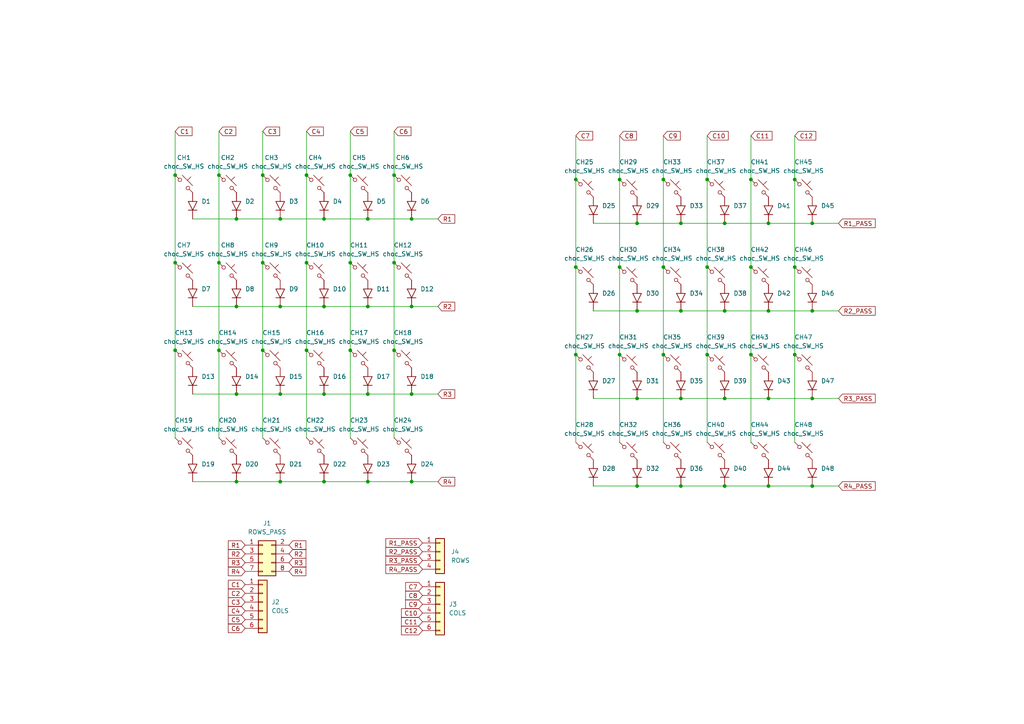
<source format=kicad_sch>
(kicad_sch (version 20230121) (generator eeschema)
  (paper "A4")
  (lib_symbols
    (symbol "PCM_4ms_Connector:Conn_01x04" (pin_names (offset 1.016) hide)
      (property "Reference" "J" (at 0 5.08 0))
      (property "Value" "Conn_01x04" (at 0 -7.62 0))
      (symbol "Conn_01x04_1_1"
        (rectangle (start -1.27 -4.953) (end 0 -5.207) (stroke (width 0.1524)))
        (rectangle (start -1.27 -2.413) (end 0 -2.667) (stroke (width 0.1524)))
        (rectangle (start -1.27 0.127) (end 0 -0.127) (stroke (width 0.1524)))
        (rectangle (start -1.27 2.667) (end 0 2.413) (stroke (width 0.1524)))
        (rectangle (start -1.27 3.81) (end 1.27 -6.35) (stroke (width 0.254)) (fill (type background)))
        (pin passive line (at -5.08 2.54 0) (length 3.81) (name "Pin_1") (number "1"))
        (pin passive line (at -5.08 0 0) (length 3.81) (name "Pin_2") (number "2"))
        (pin passive line (at -5.08 -2.54 0) (length 3.81) (name "Pin_3") (number "3"))
        (pin passive line (at -5.08 -5.08 0) (length 3.81) (name "Pin_4") (number "4"))
      )
    )
    (symbol "PCM_4ms_Connector:Conn_01x06" (pin_names (offset 1.016) hide)
      (property "Reference" "J" (at 0 7.62 0))
      (property "Value" "Conn_01x06" (at 0 -10.16 0))
      (symbol "Conn_01x06_1_1"
        (rectangle (start -1.27 -7.493) (end 0 -7.747) (stroke (width 0.1524)))
        (rectangle (start -1.27 -4.953) (end 0 -5.207) (stroke (width 0.1524)))
        (rectangle (start -1.27 -2.413) (end 0 -2.667) (stroke (width 0.1524)))
        (rectangle (start -1.27 0.127) (end 0 -0.127) (stroke (width 0.1524)))
        (rectangle (start -1.27 2.667) (end 0 2.413) (stroke (width 0.1524)))
        (rectangle (start -1.27 5.207) (end 0 4.953) (stroke (width 0.1524)))
        (rectangle (start -1.27 6.35) (end 1.27 -8.89) (stroke (width 0.254)) (fill (type background)))
        (pin passive line (at -5.08 5.08 0) (length 3.81) (name "Pin_1") (number "1"))
        (pin passive line (at -5.08 2.54 0) (length 3.81) (name "Pin_2") (number "2"))
        (pin passive line (at -5.08 0 0) (length 3.81) (name "Pin_3") (number "3"))
        (pin passive line (at -5.08 -2.54 0) (length 3.81) (name "Pin_4") (number "4"))
        (pin passive line (at -5.08 -5.08 0) (length 3.81) (name "Pin_5") (number "5"))
        (pin passive line (at -5.08 -7.62 0) (length 3.81) (name "Pin_6") (number "6"))
      )
    )
    (symbol "PCM_4ms_Connector:Conn_02x04" (pin_names (offset 1.016) hide)
      (property "Reference" "J" (at 1.27 5.08 0))
      (property "Value" "Conn_02x04" (at 1.27 -7.62 0))
      (symbol "Conn_02x04_1_1"
        (rectangle (start -1.27 -4.953) (end 0 -5.207) (stroke (width 0.1524)))
        (rectangle (start -1.27 -2.413) (end 0 -2.667) (stroke (width 0.1524)))
        (rectangle (start -1.27 0.127) (end 0 -0.127) (stroke (width 0.1524)))
        (rectangle (start -1.27 2.667) (end 0 2.413) (stroke (width 0.1524)))
        (rectangle (start -1.27 3.81) (end 3.81 -6.35) (stroke (width 0.254)) (fill (type background)))
        (rectangle (start 3.81 -4.953) (end 2.54 -5.207) (stroke (width 0.1524)))
        (rectangle (start 3.81 -2.413) (end 2.54 -2.667) (stroke (width 0.1524)))
        (rectangle (start 3.81 0.127) (end 2.54 -0.127) (stroke (width 0.1524)))
        (rectangle (start 3.81 2.667) (end 2.54 2.413) (stroke (width 0.1524)))
        (pin passive line (at -5.08 2.54 0) (length 3.81) (name "Pin_1") (number "1"))
        (pin passive line (at 7.62 2.54 180) (length 3.81) (name "Pin_2") (number "2"))
        (pin passive line (at -5.08 0 0) (length 3.81) (name "Pin_3") (number "3"))
        (pin passive line (at 7.62 0 180) (length 3.81) (name "Pin_4") (number "4"))
        (pin passive line (at -5.08 -2.54 0) (length 3.81) (name "Pin_5") (number "5"))
        (pin passive line (at 7.62 -2.54 180) (length 3.81) (name "Pin_6") (number "6"))
        (pin passive line (at -5.08 -5.08 0) (length 3.81) (name "Pin_7") (number "7"))
        (pin passive line (at 7.62 -5.08 180) (length 3.81) (name "Pin_8") (number "8"))
      )
    )
    (symbol "PCM_4ms_Diode:D_Generic" (pin_numbers hide) (pin_names (offset 1.016) hide)
      (property "Reference" "D" (at 0 2.54 0))
      (property "Value" "D_Generic" (at 0 -2.54 0))
      (symbol "D_Generic_0_1"
        (polyline (pts (xy -1.27 1.27) (xy -1.27 -1.27)) (stroke (width 0.2032)))
        (polyline (pts (xy 1.27 1.27) (xy 1.27 -1.27) (xy -1.27 0) (xy 1.27 1.27)) (stroke (width 0.2032)))
      )
      (symbol "D_Generic_1_1"
        (pin passive line (at -3.81 0 0) (length 2.54) (name "K") (number "1"))
        (pin passive line (at 3.81 0 180) (length 2.54) (name "A") (number "2"))
      )
    )
    (symbol "PCM_marbastlib-choc:choc_SW_HS" (pin_numbers hide) (pin_names (offset 1.016) hide)
      (property "Reference" "CH" (at 3.048 1.016 0))
      (property "Value" "choc_SW_HS" (at 0 -3.81 0))
      (symbol "choc_SW_HS_0_1"
        (circle (center -1.1684 1.1684) (radius 0.508))
        (polyline (pts (xy -0.508 2.54) (xy 2.54 -0.508)))
        (polyline (pts (xy 1.016 1.016) (xy 2.032 2.032)))
        (polyline (pts (xy -2.54 2.54) (xy -1.524 1.524) (xy -1.524 1.524)))
        (polyline (pts (xy 1.524 -1.524) (xy 2.54 -2.54) (xy 2.54 -2.54) (xy 2.54 -2.54)))
        (circle (center 1.143 -1.1938) (radius 0.508))
        (pin passive line (at -2.54 2.54 0) (length 0) (name "1") (number "1"))
        (pin passive line (at 2.54 -2.54 180) (length 0) (name "2") (number "2"))
      )
    )
  )
  (junction (at 222.885 90.17))
  (junction (at 217.805 102.87))
  (junction (at 210.185 90.17))
  (junction (at 68.58 63.5))
  (junction (at 184.785 64.77))
  (junction (at 210.185 115.57))
  (junction (at 88.9 50.8))
  (junction (at 167.005 52.07))
  (junction (at 192.405 102.87))
  (junction (at 230.505 52.07))
  (junction (at 50.8 76.2))
  (junction (at 106.68 139.7))
  (junction (at 192.405 77.47))
  (junction (at 184.785 115.57))
  (junction (at 184.785 90.17))
  (junction (at 88.9 76.2))
  (junction (at 101.6 50.8))
  (junction (at 222.885 140.97))
  (junction (at 93.98 139.7))
  (junction (at 179.705 77.47))
  (junction (at 119.38 139.7))
  (junction (at 179.705 102.87))
  (junction (at 205.105 77.47))
  (junction (at 68.58 139.7))
  (junction (at 76.2 50.8))
  (junction (at 235.585 90.17))
  (junction (at 106.68 63.5))
  (junction (at 76.2 101.6))
  (junction (at 217.805 52.07))
  (junction (at 81.28 63.5))
  (junction (at 81.28 139.7))
  (junction (at 81.28 114.3))
  (junction (at 63.5 76.2))
  (junction (at 81.28 88.9))
  (junction (at 230.505 102.87))
  (junction (at 114.3 101.6))
  (junction (at 210.185 64.77))
  (junction (at 235.585 64.77))
  (junction (at 235.585 140.97))
  (junction (at 222.885 115.57))
  (junction (at 101.6 76.2))
  (junction (at 197.485 140.97))
  (junction (at 119.38 63.5))
  (junction (at 119.38 88.9))
  (junction (at 217.805 77.47))
  (junction (at 68.58 114.3))
  (junction (at 93.98 63.5))
  (junction (at 235.585 115.57))
  (junction (at 197.485 64.77))
  (junction (at 167.005 102.87))
  (junction (at 205.105 102.87))
  (junction (at 192.405 52.07))
  (junction (at 63.5 50.8))
  (junction (at 119.38 114.3))
  (junction (at 230.505 77.47))
  (junction (at 179.705 52.07))
  (junction (at 184.785 140.97))
  (junction (at 50.8 101.6))
  (junction (at 114.3 50.8))
  (junction (at 88.9 101.6))
  (junction (at 167.005 77.47))
  (junction (at 197.485 90.17))
  (junction (at 68.58 88.9))
  (junction (at 50.8 50.8))
  (junction (at 222.885 64.77))
  (junction (at 101.6 101.6))
  (junction (at 205.105 52.07))
  (junction (at 114.3 76.2))
  (junction (at 106.68 114.3))
  (junction (at 63.5 101.6))
  (junction (at 210.185 140.97))
  (junction (at 76.2 76.2))
  (junction (at 93.98 88.9))
  (junction (at 106.68 88.9))
  (junction (at 197.485 115.57))
  (junction (at 93.98 114.3))
  (wire (pts (xy 114.3 38.1) (xy 114.3 50.8)))
  (wire (pts (xy 217.805 102.87) (xy 217.805 128.27)))
  (wire (pts (xy 197.485 115.57) (xy 210.185 115.57)))
  (wire (pts (xy 205.105 52.07) (xy 205.105 77.47)))
  (wire (pts (xy 192.405 77.47) (xy 192.405 102.87)))
  (wire (pts (xy 167.005 52.07) (xy 167.005 77.47)))
  (wire (pts (xy 50.8 101.6) (xy 50.8 127)))
  (wire (pts (xy 93.98 88.9) (xy 106.68 88.9)))
  (wire (pts (xy 68.58 114.3) (xy 81.28 114.3)))
  (wire (pts (xy 205.105 39.37) (xy 205.105 52.07)))
  (wire (pts (xy 55.88 114.3) (xy 68.58 114.3)))
  (wire (pts (xy 179.705 102.87) (xy 179.705 128.27)))
  (wire (pts (xy 210.185 140.97) (xy 222.885 140.97)))
  (wire (pts (xy 76.2 38.1) (xy 76.2 50.8)))
  (wire (pts (xy 50.8 38.1) (xy 50.8 50.8)))
  (wire (pts (xy 119.38 139.7) (xy 127 139.7)))
  (wire (pts (xy 230.505 77.47) (xy 230.505 102.87)))
  (wire (pts (xy 222.885 140.97) (xy 235.585 140.97)))
  (wire (pts (xy 114.3 76.2) (xy 114.3 101.6)))
  (wire (pts (xy 235.585 140.97) (xy 243.205 140.97)))
  (wire (pts (xy 205.105 77.47) (xy 205.105 102.87)))
  (wire (pts (xy 63.5 50.8) (xy 63.5 76.2)))
  (wire (pts (xy 172.085 115.57) (xy 184.785 115.57)))
  (wire (pts (xy 222.885 64.77) (xy 235.585 64.77)))
  (wire (pts (xy 63.5 101.6) (xy 63.5 127)))
  (wire (pts (xy 167.005 39.37) (xy 167.005 52.07)))
  (wire (pts (xy 50.8 50.8) (xy 50.8 76.2)))
  (wire (pts (xy 222.885 90.17) (xy 235.585 90.17)))
  (wire (pts (xy 81.28 88.9) (xy 93.98 88.9)))
  (wire (pts (xy 119.38 63.5) (xy 127 63.5)))
  (wire (pts (xy 179.705 52.07) (xy 179.705 77.47)))
  (wire (pts (xy 179.705 39.37) (xy 179.705 52.07)))
  (wire (pts (xy 192.405 39.37) (xy 192.405 52.07)))
  (wire (pts (xy 197.485 140.97) (xy 210.185 140.97)))
  (wire (pts (xy 106.68 63.5) (xy 119.38 63.5)))
  (wire (pts (xy 88.9 101.6) (xy 88.9 127)))
  (wire (pts (xy 106.68 139.7) (xy 119.38 139.7)))
  (wire (pts (xy 197.485 90.17) (xy 210.185 90.17)))
  (wire (pts (xy 55.88 63.5) (xy 68.58 63.5)))
  (wire (pts (xy 81.28 63.5) (xy 93.98 63.5)))
  (wire (pts (xy 55.88 88.9) (xy 68.58 88.9)))
  (wire (pts (xy 81.28 139.7) (xy 93.98 139.7)))
  (wire (pts (xy 210.185 64.77) (xy 222.885 64.77)))
  (wire (pts (xy 101.6 76.2) (xy 101.6 101.6)))
  (wire (pts (xy 106.68 88.9) (xy 119.38 88.9)))
  (wire (pts (xy 222.885 115.57) (xy 235.585 115.57)))
  (wire (pts (xy 179.705 77.47) (xy 179.705 102.87)))
  (wire (pts (xy 172.085 140.97) (xy 184.785 140.97)))
  (wire (pts (xy 192.405 102.87) (xy 192.405 128.27)))
  (wire (pts (xy 114.3 50.8) (xy 114.3 76.2)))
  (wire (pts (xy 230.505 102.87) (xy 230.505 128.27)))
  (wire (pts (xy 235.585 115.57) (xy 243.205 115.57)))
  (wire (pts (xy 172.085 90.17) (xy 184.785 90.17)))
  (wire (pts (xy 93.98 63.5) (xy 106.68 63.5)))
  (wire (pts (xy 230.505 52.07) (xy 230.505 77.47)))
  (wire (pts (xy 101.6 50.8) (xy 101.6 76.2)))
  (wire (pts (xy 205.105 102.87) (xy 205.105 128.27)))
  (wire (pts (xy 184.785 140.97) (xy 197.485 140.97)))
  (wire (pts (xy 76.2 101.6) (xy 76.2 127)))
  (wire (pts (xy 184.785 90.17) (xy 197.485 90.17)))
  (wire (pts (xy 197.485 64.77) (xy 210.185 64.77)))
  (wire (pts (xy 88.9 38.1) (xy 88.9 50.8)))
  (wire (pts (xy 217.805 52.07) (xy 217.805 77.47)))
  (wire (pts (xy 68.58 88.9) (xy 81.28 88.9)))
  (wire (pts (xy 230.505 39.37) (xy 230.505 52.07)))
  (wire (pts (xy 68.58 63.5) (xy 81.28 63.5)))
  (wire (pts (xy 50.8 76.2) (xy 50.8 101.6)))
  (wire (pts (xy 106.68 114.3) (xy 119.38 114.3)))
  (wire (pts (xy 210.185 115.57) (xy 222.885 115.57)))
  (wire (pts (xy 167.005 102.87) (xy 167.005 128.27)))
  (wire (pts (xy 119.38 88.9) (xy 127 88.9)))
  (wire (pts (xy 68.58 139.7) (xy 81.28 139.7)))
  (wire (pts (xy 217.805 39.37) (xy 217.805 52.07)))
  (wire (pts (xy 93.98 139.7) (xy 106.68 139.7)))
  (wire (pts (xy 76.2 50.8) (xy 76.2 76.2)))
  (wire (pts (xy 101.6 101.6) (xy 101.6 127)))
  (wire (pts (xy 88.9 50.8) (xy 88.9 76.2)))
  (wire (pts (xy 184.785 115.57) (xy 197.485 115.57)))
  (wire (pts (xy 63.5 38.1) (xy 63.5 50.8)))
  (wire (pts (xy 184.785 64.77) (xy 197.485 64.77)))
  (wire (pts (xy 63.5 76.2) (xy 63.5 101.6)))
  (wire (pts (xy 55.88 139.7) (xy 68.58 139.7)))
  (wire (pts (xy 172.085 64.77) (xy 184.785 64.77)))
  (wire (pts (xy 101.6 38.1) (xy 101.6 50.8)))
  (wire (pts (xy 235.585 90.17) (xy 243.205 90.17)))
  (wire (pts (xy 210.185 90.17) (xy 222.885 90.17)))
  (wire (pts (xy 88.9 76.2) (xy 88.9 101.6)))
  (wire (pts (xy 114.3 101.6) (xy 114.3 127)))
  (wire (pts (xy 192.405 52.07) (xy 192.405 77.47)))
  (wire (pts (xy 76.2 76.2) (xy 76.2 101.6)))
  (wire (pts (xy 217.805 77.47) (xy 217.805 102.87)))
  (wire (pts (xy 81.28 114.3) (xy 93.98 114.3)))
  (wire (pts (xy 119.38 114.3) (xy 127 114.3)))
  (wire (pts (xy 235.585 64.77) (xy 243.205 64.77)))
  (wire (pts (xy 167.005 77.47) (xy 167.005 102.87)))
  (wire (pts (xy 93.98 114.3) (xy 106.68 114.3)))
  (global_label "C10" (shape input) (at 122.555 177.8 180) (property "Intersheetrefs" "${INTERSHEET_REFS}" (effects hide)))
  (global_label "R1" (shape input) (at 71.12 158.115 180) (property "Intersheetrefs" "${INTERSHEET_REFS}" (effects hide)))
  (global_label "C8" (shape input) (at 179.705 39.37 0) (property "Intersheetrefs" "${INTERSHEET_REFS}" (effects hide)))
  (global_label "C7" (shape input) (at 167.005 39.37 0) (property "Intersheetrefs" "${INTERSHEET_REFS}" (effects hide)))
  (global_label "C9" (shape input) (at 192.405 39.37 0) (property "Intersheetrefs" "${INTERSHEET_REFS}" (effects hide)))
  (global_label "C1" (shape input) (at 71.12 169.545 180) (property "Intersheetrefs" "${INTERSHEET_REFS}" (effects hide)))
  (global_label "C2" (shape input) (at 63.5 38.1 0) (property "Intersheetrefs" "${INTERSHEET_REFS}" (effects hide)))
  (global_label "R1_PASS" (shape input) (at 243.205 64.77 0) (property "Intersheetrefs" "${INTERSHEET_REFS}" (effects hide)))
  (global_label "R1" (shape input) (at 83.82 158.115 0) (property "Intersheetrefs" "${INTERSHEET_REFS}" (effects hide)))
  (global_label "R4" (shape input) (at 127 139.7 0) (property "Intersheetrefs" "${INTERSHEET_REFS}" (effects hide)))
  (global_label "C4" (shape input) (at 71.12 177.165 180) (property "Intersheetrefs" "${INTERSHEET_REFS}" (effects hide)))
  (global_label "R3_PASS" (shape input) (at 243.205 115.57 0) (property "Intersheetrefs" "${INTERSHEET_REFS}" (effects hide)))
  (global_label "R2" (shape input) (at 71.12 160.655 180) (property "Intersheetrefs" "${INTERSHEET_REFS}" (effects hide)))
  (global_label "C6" (shape input) (at 71.12 182.245 180) (property "Intersheetrefs" "${INTERSHEET_REFS}" (effects hide)))
  (global_label "C12" (shape input) (at 122.555 182.88 180) (property "Intersheetrefs" "${INTERSHEET_REFS}" (effects hide)))
  (global_label "C5" (shape input) (at 101.6 38.1 0) (property "Intersheetrefs" "${INTERSHEET_REFS}" (effects hide)))
  (global_label "C6" (shape input) (at 114.3 38.1 0) (property "Intersheetrefs" "${INTERSHEET_REFS}" (effects hide)))
  (global_label "C12" (shape input) (at 230.505 39.37 0) (property "Intersheetrefs" "${INTERSHEET_REFS}" (effects hide)))
  (global_label "C8" (shape input) (at 122.555 172.72 180) (property "Intersheetrefs" "${INTERSHEET_REFS}" (effects hide)))
  (global_label "R4" (shape input) (at 71.12 165.735 180) (property "Intersheetrefs" "${INTERSHEET_REFS}" (effects hide)))
  (global_label "C10" (shape input) (at 205.105 39.37 0) (property "Intersheetrefs" "${INTERSHEET_REFS}" (effects hide)))
  (global_label "R2" (shape input) (at 83.82 160.655 0) (property "Intersheetrefs" "${INTERSHEET_REFS}" (effects hide)))
  (global_label "R2" (shape input) (at 127 88.9 0) (property "Intersheetrefs" "${INTERSHEET_REFS}" (effects hide)))
  (global_label "R2_PASS" (shape input) (at 122.555 160.02 180) (property "Intersheetrefs" "${INTERSHEET_REFS}" (effects hide)))
  (global_label "R3" (shape input) (at 71.12 163.195 180) (property "Intersheetrefs" "${INTERSHEET_REFS}" (effects hide)))
  (global_label "R3_PASS" (shape input) (at 122.555 162.56 180) (property "Intersheetrefs" "${INTERSHEET_REFS}" (effects hide)))
  (global_label "R1" (shape input) (at 127 63.5 0) (property "Intersheetrefs" "${INTERSHEET_REFS}" (effects hide)))
  (global_label "C2" (shape input) (at 71.12 172.085 180) (property "Intersheetrefs" "${INTERSHEET_REFS}" (effects hide)))
  (global_label "C11" (shape input) (at 122.555 180.34 180) (property "Intersheetrefs" "${INTERSHEET_REFS}" (effects hide)))
  (global_label "R4_PASS" (shape input) (at 243.205 140.97 0) (property "Intersheetrefs" "${INTERSHEET_REFS}" (effects hide)))
  (global_label "C3" (shape input) (at 76.2 38.1 0) (property "Intersheetrefs" "${INTERSHEET_REFS}" (effects hide)))
  (global_label "C4" (shape input) (at 88.9 38.1 0) (property "Intersheetrefs" "${INTERSHEET_REFS}" (effects hide)))
  (global_label "C11" (shape input) (at 217.805 39.37 0) (property "Intersheetrefs" "${INTERSHEET_REFS}" (effects hide)))
  (global_label "C3" (shape input) (at 71.12 174.625 180) (property "Intersheetrefs" "${INTERSHEET_REFS}" (effects hide)))
  (global_label "R4_PASS" (shape input) (at 122.555 165.1 180) (property "Intersheetrefs" "${INTERSHEET_REFS}" (effects hide)))
  (global_label "R3" (shape input) (at 127 114.3 0) (property "Intersheetrefs" "${INTERSHEET_REFS}" (effects hide)))
  (global_label "R3" (shape input) (at 83.82 163.195 0) (property "Intersheetrefs" "${INTERSHEET_REFS}" (effects hide)))
  (global_label "R1_PASS" (shape input) (at 122.555 157.48 180) (property "Intersheetrefs" "${INTERSHEET_REFS}" (effects hide)))
  (global_label "R4" (shape input) (at 83.82 165.735 0) (property "Intersheetrefs" "${INTERSHEET_REFS}" (effects hide)))
  (global_label "C9" (shape input) (at 122.555 175.26 180) (property "Intersheetrefs" "${INTERSHEET_REFS}" (effects hide)))
  (global_label "C1" (shape input) (at 50.8 38.1 0) (property "Intersheetrefs" "${INTERSHEET_REFS}" (effects hide)))
  (global_label "C7" (shape input) (at 122.555 170.18 180) (property "Intersheetrefs" "${INTERSHEET_REFS}" (effects hide)))
  (global_label "C5" (shape input) (at 71.12 179.705 180) (property "Intersheetrefs" "${INTERSHEET_REFS}" (effects hide)))
  (global_label "R2_PASS" (shape input) (at 243.205 90.17 0) (property "Intersheetrefs" "${INTERSHEET_REFS}" (effects hide)))
  (symbol (lib_id "PCM_4ms_Diode:D_Generic") (at 197.485 60.96 90) (unit 1)
    (property "Reference" "D33" (at 200.025 59.69 90) (effects (justify right)))
    (property "Value" "D_Generic" (effects hide))
    (property "Footprint" "PCM_4ms_Diode:D_DO-35_P7.62mm_Horizontal" (effects hide))
  )
  (symbol (lib_id "PCM_marbastlib-choc:choc_SW_HS") (at 91.44 53.34 0) (unit 1)
    (property "Reference" "CH4" (at 91.44 45.72 0))
    (property "Value" "choc_SW_HS" (at 91.44 48.26 0))
    (property "Footprint" "PCM_marbastlib-choc:SW_choc_v1_HS_1u" (effects hide))
  )
  (symbol (lib_id "PCM_4ms_Diode:D_Generic") (at 55.88 110.49 90) (unit 1)
    (property "Reference" "D13" (at 58.42 109.22 90) (effects (justify right)))
    (property "Value" "D_Generic" (effects hide))
    (property "Footprint" "PCM_4ms_Diode:D_DO-35_P7.62mm_Horizontal" (effects hide))
  )
  (symbol (lib_id "PCM_marbastlib-choc:choc_SW_HS") (at 182.245 54.61 0) (unit 1)
    (property "Reference" "CH29" (at 182.245 46.99 0))
    (property "Value" "choc_SW_HS" (at 182.245 49.53 0))
    (property "Footprint" "PCM_marbastlib-choc:SW_choc_v1_HS_1u" (effects hide))
  )
  (symbol (lib_id "PCM_4ms_Diode:D_Generic") (at 172.085 137.16 90) (unit 1)
    (property "Reference" "D28" (at 174.625 135.89 90) (effects (justify right)))
    (property "Value" "D_Generic" (effects hide))
    (property "Footprint" "PCM_4ms_Diode:D_DO-35_P7.62mm_Horizontal" (effects hide))
  )
  (symbol (lib_id "PCM_4ms_Diode:D_Generic") (at 119.38 135.89 90) (unit 1)
    (property "Reference" "D24" (at 121.92 134.62 90) (effects (justify right)))
    (property "Value" "D_Generic" (effects hide))
    (property "Footprint" "PCM_4ms_Diode:D_DO-35_P7.62mm_Horizontal" (effects hide))
  )
  (symbol (lib_id "PCM_4ms_Diode:D_Generic") (at 184.785 86.36 90) (unit 1)
    (property "Reference" "D30" (at 187.325 85.09 90) (effects (justify right)))
    (property "Value" "D_Generic" (effects hide))
    (property "Footprint" "PCM_4ms_Diode:D_DO-35_P7.62mm_Horizontal" (effects hide))
  )
  (symbol (lib_id "PCM_marbastlib-choc:choc_SW_HS") (at 207.645 130.81 0) (unit 1)
    (property "Reference" "CH40" (at 207.645 123.19 0))
    (property "Value" "choc_SW_HS" (at 207.645 125.73 0))
    (property "Footprint" "PCM_marbastlib-choc:SW_choc_v1_HS_1u" (effects hide))
  )
  (symbol (lib_id "PCM_marbastlib-choc:choc_SW_HS") (at 182.245 130.81 0) (unit 1)
    (property "Reference" "CH32" (at 182.245 123.19 0))
    (property "Value" "choc_SW_HS" (at 182.245 125.73 0))
    (property "Footprint" "PCM_marbastlib-choc:SW_choc_v1_HS_1u" (effects hide))
  )
  (symbol (lib_id "PCM_marbastlib-choc:choc_SW_HS") (at 78.74 78.74 0) (unit 1)
    (property "Reference" "CH9" (at 78.74 71.12 0))
    (property "Value" "choc_SW_HS" (at 78.74 73.66 0))
    (property "Footprint" "PCM_marbastlib-choc:SW_choc_v1_HS_1u" (effects hide))
  )
  (symbol (lib_id "PCM_marbastlib-choc:choc_SW_HS") (at 66.04 104.14 0) (unit 1)
    (property "Reference" "CH14" (at 66.04 96.52 0))
    (property "Value" "choc_SW_HS" (at 66.04 99.06 0))
    (property "Footprint" "PCM_marbastlib-choc:SW_choc_v1_HS_1u" (effects hide))
  )
  (symbol (lib_id "PCM_4ms_Connector:Conn_01x06") (at 76.2 174.625 0) (unit 1)
    (property "Reference" "J2" (at 78.74 174.625 0) (effects (justify left)))
    (property "Value" "COLS" (at 78.74 177.165 0) (effects (justify left)))
    (property "Footprint" "PCM_4ms_Connector:Pins_1x06_2.54mm_TH_SWD" (effects hide))
    (property "Specifications" "HEADER 1x6 MALE PINS 0.100” 180deg" (effects hide))
    (property "Manufacturer" "TAD" (effects hide))
    (property "Part Number" "1-0601FBV0T" (effects hide))
  )
  (symbol (lib_id "PCM_marbastlib-choc:choc_SW_HS") (at 104.14 129.54 0) (unit 1)
    (property "Reference" "CH23" (at 104.14 121.92 0))
    (property "Value" "choc_SW_HS" (at 104.14 124.46 0))
    (property "Footprint" "PCM_marbastlib-choc:SW_choc_v1_HS_1u" (effects hide))
  )
  (symbol (lib_id "PCM_marbastlib-choc:choc_SW_HS") (at 220.345 80.01 0) (unit 1)
    (property "Reference" "CH42" (at 220.345 72.39 0))
    (property "Value" "choc_SW_HS" (at 220.345 74.93 0))
    (property "Footprint" "PCM_marbastlib-choc:SW_choc_v1_HS_1u" (effects hide))
  )
  (symbol (lib_id "PCM_4ms_Connector:Conn_02x04") (at 76.2 160.655 0) (unit 1)
    (property "Reference" "J1" (at 77.47 151.765 0))
    (property "Value" "ROWS_PASS" (at 77.47 154.305 0))
    (property "Footprint" "PCM_4ms_Connector:Pins_2x04_2.54mm_TH" (effects hide))
    (property "Specifications" "HEADER 2x4 MALE PINS 0.100” 180deg" (effects hide))
    (property "Manufacturer" "TAD" (effects hide))
    (property "Part Number" "1-0802FBV0T" (effects hide))
  )
  (symbol (lib_id "PCM_marbastlib-choc:choc_SW_HS") (at 53.34 78.74 0) (unit 1)
    (property "Reference" "CH7" (at 53.34 71.12 0))
    (property "Value" "choc_SW_HS" (at 53.34 73.66 0))
    (property "Footprint" "PCM_marbastlib-choc:SW_choc_v1_HS_1u" (effects hide))
  )
  (symbol (lib_id "PCM_marbastlib-choc:choc_SW_HS") (at 207.645 105.41 0) (unit 1)
    (property "Reference" "CH39" (at 207.645 97.79 0))
    (property "Value" "choc_SW_HS" (at 207.645 100.33 0))
    (property "Footprint" "PCM_marbastlib-choc:SW_choc_v1_HS_1u" (effects hide))
  )
  (symbol (lib_id "PCM_marbastlib-choc:choc_SW_HS") (at 182.245 105.41 0) (unit 1)
    (property "Reference" "CH31" (at 182.245 97.79 0))
    (property "Value" "choc_SW_HS" (at 182.245 100.33 0))
    (property "Footprint" "PCM_marbastlib-choc:SW_choc_v1_HS_1u" (effects hide))
  )
  (symbol (lib_id "PCM_4ms_Diode:D_Generic") (at 222.885 111.76 90) (unit 1)
    (property "Reference" "D43" (at 225.425 110.49 90) (effects (justify right)))
    (property "Value" "D_Generic" (effects hide))
    (property "Footprint" "PCM_4ms_Diode:D_DO-35_P7.62mm_Horizontal" (effects hide))
  )
  (symbol (lib_id "PCM_marbastlib-choc:choc_SW_HS") (at 169.545 105.41 0) (unit 1)
    (property "Reference" "CH27" (at 169.545 97.79 0))
    (property "Value" "choc_SW_HS" (at 169.545 100.33 0))
    (property "Footprint" "PCM_marbastlib-choc:SW_choc_v1_HS_1u" (effects hide))
  )
  (symbol (lib_id "PCM_4ms_Diode:D_Generic") (at 235.585 111.76 90) (unit 1)
    (property "Reference" "D47" (at 238.125 110.49 90) (effects (justify right)))
    (property "Value" "D_Generic" (effects hide))
    (property "Footprint" "PCM_4ms_Diode:D_DO-35_P7.62mm_Horizontal" (effects hide))
  )
  (symbol (lib_id "PCM_marbastlib-choc:choc_SW_HS") (at 66.04 53.34 0) (unit 1)
    (property "Reference" "CH2" (at 66.04 45.72 0))
    (property "Value" "choc_SW_HS" (at 66.04 48.26 0))
    (property "Footprint" "PCM_marbastlib-choc:SW_choc_v1_HS_1u" (effects hide))
  )
  (symbol (lib_id "PCM_4ms_Diode:D_Generic") (at 119.38 110.49 90) (unit 1)
    (property "Reference" "D18" (at 121.92 109.22 90) (effects (justify right)))
    (property "Value" "D_Generic" (effects hide))
    (property "Footprint" "PCM_4ms_Diode:D_DO-35_P7.62mm_Horizontal" (effects hide))
  )
  (symbol (lib_id "PCM_marbastlib-choc:choc_SW_HS") (at 91.44 129.54 0) (unit 1)
    (property "Reference" "CH22" (at 91.44 121.92 0))
    (property "Value" "choc_SW_HS" (at 91.44 124.46 0))
    (property "Footprint" "PCM_marbastlib-choc:SW_choc_v1_HS_1u" (effects hide))
  )
  (symbol (lib_id "PCM_marbastlib-choc:choc_SW_HS") (at 116.84 78.74 0) (unit 1)
    (property "Reference" "CH12" (at 116.84 71.12 0))
    (property "Value" "choc_SW_HS" (at 116.84 73.66 0))
    (property "Footprint" "PCM_marbastlib-choc:SW_choc_v1_HS_1u" (effects hide))
  )
  (symbol (lib_id "PCM_4ms_Connector:Conn_01x04") (at 127.635 160.02 0) (unit 1)
    (property "Reference" "J4" (at 130.81 160.02 0) (effects (justify left)))
    (property "Value" "ROWS" (at 130.81 162.56 0) (effects (justify left)))
    (property "Footprint" "PCM_4ms_Connector:Pins_1x04_2.54mm_TH" (effects hide))
    (property "Specifications" "HEADER 1x4 MALE PINS 0.100” 180deg" (effects hide))
    (property "Manufacturer" "TAD" (effects hide))
    (property "Part Number" "1-0401FBV0T" (effects hide))
  )
  (symbol (lib_id "PCM_marbastlib-choc:choc_SW_HS") (at 104.14 53.34 0) (unit 1)
    (property "Reference" "CH5" (at 104.14 45.72 0))
    (property "Value" "choc_SW_HS" (at 104.14 48.26 0))
    (property "Footprint" "PCM_marbastlib-choc:SW_choc_v1_HS_1u" (effects hide))
  )
  (symbol (lib_id "PCM_marbastlib-choc:choc_SW_HS") (at 194.945 105.41 0) (unit 1)
    (property "Reference" "CH35" (at 194.945 97.79 0))
    (property "Value" "choc_SW_HS" (at 194.945 100.33 0))
    (property "Footprint" "PCM_marbastlib-choc:SW_choc_v1_HS_1u" (effects hide))
  )
  (symbol (lib_id "PCM_4ms_Connector:Conn_01x06") (at 127.635 175.26 0) (unit 1)
    (property "Reference" "J3" (at 130.175 175.26 0) (effects (justify left)))
    (property "Value" "COLS" (at 130.175 177.8 0) (effects (justify left)))
    (property "Footprint" "PCM_4ms_Connector:Pins_1x06_2.54mm_TH_SWD" (effects hide))
    (property "Specifications" "HEADER 1x6 MALE PINS 0.100” 180deg" (effects hide))
    (property "Manufacturer" "TAD" (effects hide))
    (property "Part Number" "1-0601FBV0T" (effects hide))
  )
  (symbol (lib_id "PCM_4ms_Diode:D_Generic") (at 55.88 135.89 90) (unit 1)
    (property "Reference" "D19" (at 58.42 134.62 90) (effects (justify right)))
    (property "Value" "D_Generic" (effects hide))
    (property "Footprint" "PCM_4ms_Diode:D_DO-35_P7.62mm_Horizontal" (effects hide))
  )
  (symbol (lib_id "PCM_4ms_Diode:D_Generic") (at 68.58 110.49 90) (unit 1)
    (property "Reference" "D14" (at 71.12 109.22 90) (effects (justify right)))
    (property "Value" "D_Generic" (effects hide))
    (property "Footprint" "PCM_4ms_Diode:D_DO-35_P7.62mm_Horizontal" (effects hide))
  )
  (symbol (lib_id "PCM_4ms_Diode:D_Generic") (at 55.88 85.09 90) (unit 1)
    (property "Reference" "D7" (at 58.42 83.82 90) (effects (justify right)))
    (property "Value" "D_Generic" (effects hide))
    (property "Footprint" "PCM_4ms_Diode:D_DO-35_P7.62mm_Horizontal" (effects hide))
  )
  (symbol (lib_id "PCM_4ms_Diode:D_Generic") (at 235.585 137.16 90) (unit 1)
    (property "Reference" "D48" (at 238.125 135.89 90) (effects (justify right)))
    (property "Value" "D_Generic" (effects hide))
    (property "Footprint" "PCM_4ms_Diode:D_DO-35_P7.62mm_Horizontal" (effects hide))
  )
  (symbol (lib_id "PCM_marbastlib-choc:choc_SW_HS") (at 233.045 54.61 0) (unit 1)
    (property "Reference" "CH45" (at 233.045 46.99 0))
    (property "Value" "choc_SW_HS" (at 233.045 49.53 0))
    (property "Footprint" "PCM_marbastlib-choc:SW_choc_v1_HS_1u" (effects hide))
  )
  (symbol (lib_id "PCM_marbastlib-choc:choc_SW_HS") (at 91.44 104.14 0) (unit 1)
    (property "Reference" "CH16" (at 91.44 96.52 0))
    (property "Value" "choc_SW_HS" (at 91.44 99.06 0))
    (property "Footprint" "PCM_marbastlib-choc:SW_choc_v1_HS_1u" (effects hide))
  )
  (symbol (lib_id "PCM_marbastlib-choc:choc_SW_HS") (at 53.34 129.54 0) (unit 1)
    (property "Reference" "CH19" (at 53.34 121.92 0))
    (property "Value" "choc_SW_HS" (at 53.34 124.46 0))
    (property "Footprint" "PCM_marbastlib-choc:SW_choc_v1_HS_1u" (effects hide))
  )
  (symbol (lib_id "PCM_4ms_Diode:D_Generic") (at 93.98 135.89 90) (unit 1)
    (property "Reference" "D22" (at 96.52 134.62 90) (effects (justify right)))
    (property "Value" "D_Generic" (effects hide))
    (property "Footprint" "PCM_4ms_Diode:D_DO-35_P7.62mm_Horizontal" (effects hide))
  )
  (symbol (lib_id "PCM_4ms_Diode:D_Generic") (at 81.28 135.89 90) (unit 1)
    (property "Reference" "D21" (at 83.82 134.62 90) (effects (justify right)))
    (property "Value" "D_Generic" (effects hide))
    (property "Footprint" "PCM_4ms_Diode:D_DO-35_P7.62mm_Horizontal" (effects hide))
  )
  (symbol (lib_id "PCM_4ms_Diode:D_Generic") (at 184.785 137.16 90) (unit 1)
    (property "Reference" "D32" (at 187.325 135.89 90) (effects (justify right)))
    (property "Value" "D_Generic" (effects hide))
    (property "Footprint" "PCM_4ms_Diode:D_DO-35_P7.62mm_Horizontal" (effects hide))
  )
  (symbol (lib_id "PCM_marbastlib-choc:choc_SW_HS") (at 169.545 130.81 0) (unit 1)
    (property "Reference" "CH28" (at 169.545 123.19 0))
    (property "Value" "choc_SW_HS" (at 169.545 125.73 0))
    (property "Footprint" "PCM_marbastlib-choc:SW_choc_v1_HS_1u" (effects hide))
  )
  (symbol (lib_id "PCM_marbastlib-choc:choc_SW_HS") (at 220.345 105.41 0) (unit 1)
    (property "Reference" "CH43" (at 220.345 97.79 0))
    (property "Value" "choc_SW_HS" (at 220.345 100.33 0))
    (property "Footprint" "PCM_marbastlib-choc:SW_choc_v1_HS_1u" (effects hide))
  )
  (symbol (lib_id "PCM_4ms_Diode:D_Generic") (at 172.085 60.96 90) (unit 1)
    (property "Reference" "D25" (at 174.625 59.69 90) (effects (justify right)))
    (property "Value" "D_Generic" (effects hide))
    (property "Footprint" "PCM_4ms_Diode:D_DO-35_P7.62mm_Horizontal" (effects hide))
  )
  (symbol (lib_id "PCM_marbastlib-choc:choc_SW_HS") (at 169.545 54.61 0) (unit 1)
    (property "Reference" "CH25" (at 169.545 46.99 0))
    (property "Value" "choc_SW_HS" (at 169.545 49.53 0))
    (property "Footprint" "PCM_marbastlib-choc:SW_choc_v1_HS_1u" (effects hide))
  )
  (symbol (lib_id "PCM_4ms_Diode:D_Generic") (at 172.085 86.36 90) (unit 1)
    (property "Reference" "D26" (at 174.625 85.09 90) (effects (justify right)))
    (property "Value" "D_Generic" (effects hide))
    (property "Footprint" "PCM_4ms_Diode:D_DO-35_P7.62mm_Horizontal" (effects hide))
  )
  (symbol (lib_id "PCM_marbastlib-choc:choc_SW_HS") (at 194.945 130.81 0) (unit 1)
    (property "Reference" "CH36" (at 194.945 123.19 0))
    (property "Value" "choc_SW_HS" (at 194.945 125.73 0))
    (property "Footprint" "PCM_marbastlib-choc:SW_choc_v1_HS_1u" (effects hide))
  )
  (symbol (lib_id "PCM_marbastlib-choc:choc_SW_HS") (at 66.04 129.54 0) (unit 1)
    (property "Reference" "CH20" (at 66.04 121.92 0))
    (property "Value" "choc_SW_HS" (at 66.04 124.46 0))
    (property "Footprint" "PCM_marbastlib-choc:SW_choc_v1_HS_1u" (effects hide))
  )
  (symbol (lib_id "PCM_4ms_Diode:D_Generic") (at 222.885 137.16 90) (unit 1)
    (property "Reference" "D44" (at 225.425 135.89 90) (effects (justify right)))
    (property "Value" "D_Generic" (effects hide))
    (property "Footprint" "PCM_4ms_Diode:D_DO-35_P7.62mm_Horizontal" (effects hide))
  )
  (symbol (lib_id "PCM_marbastlib-choc:choc_SW_HS") (at 78.74 104.14 0) (unit 1)
    (property "Reference" "CH15" (at 78.74 96.52 0))
    (property "Value" "choc_SW_HS" (at 78.74 99.06 0))
    (property "Footprint" "PCM_marbastlib-choc:SW_choc_v1_HS_1u" (effects hide))
  )
  (symbol (lib_id "PCM_4ms_Diode:D_Generic") (at 197.485 111.76 90) (unit 1)
    (property "Reference" "D35" (at 200.025 110.49 90) (effects (justify right)))
    (property "Value" "D_Generic" (effects hide))
    (property "Footprint" "PCM_4ms_Diode:D_DO-35_P7.62mm_Horizontal" (effects hide))
  )
  (symbol (lib_id "PCM_marbastlib-choc:choc_SW_HS") (at 194.945 80.01 0) (unit 1)
    (property "Reference" "CH34" (at 194.945 72.39 0))
    (property "Value" "choc_SW_HS" (at 194.945 74.93 0))
    (property "Footprint" "PCM_marbastlib-choc:SW_choc_v1_HS_1u" (effects hide))
  )
  (symbol (lib_id "PCM_4ms_Diode:D_Generic") (at 93.98 85.09 90) (unit 1)
    (property "Reference" "D10" (at 96.52 83.82 90) (effects (justify right)))
    (property "Value" "D_Generic" (effects hide))
    (property "Footprint" "PCM_4ms_Diode:D_DO-35_P7.62mm_Horizontal" (effects hide))
  )
  (symbol (lib_id "PCM_marbastlib-choc:choc_SW_HS") (at 169.545 80.01 0) (unit 1)
    (property "Reference" "CH26" (at 169.545 72.39 0))
    (property "Value" "choc_SW_HS" (at 169.545 74.93 0))
    (property "Footprint" "PCM_marbastlib-choc:SW_choc_v1_HS_1u" (effects hide))
  )
  (symbol (lib_id "PCM_marbastlib-choc:choc_SW_HS") (at 116.84 104.14 0) (unit 1)
    (property "Reference" "CH18" (at 116.84 96.52 0))
    (property "Value" "choc_SW_HS" (at 116.84 99.06 0))
    (property "Footprint" "PCM_marbastlib-choc:SW_choc_v1_HS_1u" (effects hide))
  )
  (symbol (lib_id "PCM_4ms_Diode:D_Generic") (at 235.585 86.36 90) (unit 1)
    (property "Reference" "D46" (at 238.125 85.09 90) (effects (justify right)))
    (property "Value" "D_Generic" (effects hide))
    (property "Footprint" "PCM_4ms_Diode:D_DO-35_P7.62mm_Horizontal" (effects hide))
  )
  (symbol (lib_id "PCM_4ms_Diode:D_Generic") (at 210.185 86.36 90) (unit 1)
    (property "Reference" "D38" (at 212.725 85.09 90) (effects (justify right)))
    (property "Value" "D_Generic" (effects hide))
    (property "Footprint" "PCM_4ms_Diode:D_DO-35_P7.62mm_Horizontal" (effects hide))
  )
  (symbol (lib_id "PCM_marbastlib-choc:choc_SW_HS") (at 91.44 78.74 0) (unit 1)
    (property "Reference" "CH10" (at 91.44 71.12 0))
    (property "Value" "choc_SW_HS" (at 91.44 73.66 0))
    (property "Footprint" "PCM_marbastlib-choc:SW_choc_v1_HS_1u" (effects hide))
  )
  (symbol (lib_id "PCM_marbastlib-choc:choc_SW_HS") (at 104.14 78.74 0) (unit 1)
    (property "Reference" "CH11" (at 104.14 71.12 0))
    (property "Value" "choc_SW_HS" (at 104.14 73.66 0))
    (property "Footprint" "PCM_marbastlib-choc:SW_choc_v1_HS_1u" (effects hide))
  )
  (symbol (lib_id "PCM_marbastlib-choc:choc_SW_HS") (at 182.245 80.01 0) (unit 1)
    (property "Reference" "CH30" (at 182.245 72.39 0))
    (property "Value" "choc_SW_HS" (at 182.245 74.93 0))
    (property "Footprint" "PCM_marbastlib-choc:SW_choc_v1_HS_1u" (effects hide))
  )
  (symbol (lib_id "PCM_4ms_Diode:D_Generic") (at 222.885 86.36 90) (unit 1)
    (property "Reference" "D42" (at 225.425 85.09 90) (effects (justify right)))
    (property "Value" "D_Generic" (effects hide))
    (property "Footprint" "PCM_4ms_Diode:D_DO-35_P7.62mm_Horizontal" (effects hide))
  )
  (symbol (lib_id "PCM_4ms_Diode:D_Generic") (at 222.885 60.96 90) (unit 1)
    (property "Reference" "D41" (at 225.425 59.69 90) (effects (justify right)))
    (property "Value" "D_Generic" (effects hide))
    (property "Footprint" "PCM_4ms_Diode:D_DO-35_P7.62mm_Horizontal" (effects hide))
  )
  (symbol (lib_id "PCM_4ms_Diode:D_Generic") (at 210.185 137.16 90) (unit 1)
    (property "Reference" "D40" (at 212.725 135.89 90) (effects (justify right)))
    (property "Value" "D_Generic" (effects hide))
    (property "Footprint" "PCM_4ms_Diode:D_DO-35_P7.62mm_Horizontal" (effects hide))
  )
  (symbol (lib_id "PCM_marbastlib-choc:choc_SW_HS") (at 53.34 104.14 0) (unit 1)
    (property "Reference" "CH13" (at 53.34 96.52 0))
    (property "Value" "choc_SW_HS" (at 53.34 99.06 0))
    (property "Footprint" "PCM_marbastlib-choc:SW_choc_v1_HS_1u" (effects hide))
  )
  (symbol (lib_id "PCM_4ms_Diode:D_Generic") (at 184.785 111.76 90) (unit 1)
    (property "Reference" "D31" (at 187.325 110.49 90) (effects (justify right)))
    (property "Value" "D_Generic" (effects hide))
    (property "Footprint" "PCM_4ms_Diode:D_DO-35_P7.62mm_Horizontal" (effects hide))
  )
  (symbol (lib_id "PCM_4ms_Diode:D_Generic") (at 119.38 85.09 90) (unit 1)
    (property "Reference" "D12" (at 121.92 83.82 90) (effects (justify right)))
    (property "Value" "D_Generic" (effects hide))
    (property "Footprint" "PCM_4ms_Diode:D_DO-35_P7.62mm_Horizontal" (effects hide))
  )
  (symbol (lib_id "PCM_4ms_Diode:D_Generic") (at 106.68 59.69 90) (unit 1)
    (property "Reference" "D5" (at 109.22 58.42 90) (effects (justify right)))
    (property "Value" "D_Generic" (effects hide))
    (property "Footprint" "PCM_4ms_Diode:D_DO-35_P7.62mm_Horizontal" (effects hide))
  )
  (symbol (lib_id "PCM_marbastlib-choc:choc_SW_HS") (at 207.645 54.61 0) (unit 1)
    (property "Reference" "CH37" (at 207.645 46.99 0))
    (property "Value" "choc_SW_HS" (at 207.645 49.53 0))
    (property "Footprint" "PCM_marbastlib-choc:SW_choc_v1_HS_1u" (effects hide))
  )
  (symbol (lib_id "PCM_4ms_Diode:D_Generic") (at 81.28 59.69 90) (unit 1)
    (property "Reference" "D3" (at 83.82 58.42 90) (effects (justify right)))
    (property "Value" "D_Generic" (effects hide))
    (property "Footprint" "PCM_4ms_Diode:D_DO-35_P7.62mm_Horizontal" (effects hide))
  )
  (symbol (lib_id "PCM_4ms_Diode:D_Generic") (at 197.485 86.36 90) (unit 1)
    (property "Reference" "D34" (at 200.025 85.09 90) (effects (justify right)))
    (property "Value" "D_Generic" (effects hide))
    (property "Footprint" "PCM_4ms_Diode:D_DO-35_P7.62mm_Horizontal" (effects hide))
  )
  (symbol (lib_id "PCM_marbastlib-choc:choc_SW_HS") (at 53.34 53.34 0) (unit 1)
    (property "Reference" "CH1" (at 53.34 45.72 0))
    (property "Value" "choc_SW_HS" (at 53.34 48.26 0))
    (property "Footprint" "PCM_marbastlib-choc:SW_choc_v1_HS_1u" (effects hide))
  )
  (symbol (lib_id "PCM_4ms_Diode:D_Generic") (at 93.98 110.49 90) (unit 1)
    (property "Reference" "D16" (at 96.52 109.22 90) (effects (justify right)))
    (property "Value" "D_Generic" (effects hide))
    (property "Footprint" "PCM_4ms_Diode:D_DO-35_P7.62mm_Horizontal" (effects hide))
  )
  (symbol (lib_id "PCM_4ms_Diode:D_Generic") (at 93.98 59.69 90) (unit 1)
    (property "Reference" "D4" (at 96.52 58.42 90) (effects (justify right)))
    (property "Value" "D_Generic" (effects hide))
    (property "Footprint" "PCM_4ms_Diode:D_DO-35_P7.62mm_Horizontal" (effects hide))
  )
  (symbol (lib_id "PCM_4ms_Diode:D_Generic") (at 106.68 110.49 90) (unit 1)
    (property "Reference" "D17" (at 109.22 109.22 90) (effects (justify right)))
    (property "Value" "D_Generic" (effects hide))
    (property "Footprint" "PCM_4ms_Diode:D_DO-35_P7.62mm_Horizontal" (effects hide))
  )
  (symbol (lib_id "PCM_4ms_Diode:D_Generic") (at 197.485 137.16 90) (unit 1)
    (property "Reference" "D36" (at 200.025 135.89 90) (effects (justify right)))
    (property "Value" "D_Generic" (effects hide))
    (property "Footprint" "PCM_4ms_Diode:D_DO-35_P7.62mm_Horizontal" (effects hide))
  )
  (symbol (lib_id "PCM_marbastlib-choc:choc_SW_HS") (at 116.84 129.54 0) (unit 1)
    (property "Reference" "CH24" (at 116.84 121.92 0))
    (property "Value" "choc_SW_HS" (at 116.84 124.46 0))
    (property "Footprint" "PCM_marbastlib-choc:SW_choc_v1_HS_1u" (effects hide))
  )
  (symbol (lib_id "PCM_4ms_Diode:D_Generic") (at 81.28 85.09 90) (unit 1)
    (property "Reference" "D9" (at 83.82 83.82 90) (effects (justify right)))
    (property "Value" "D_Generic" (effects hide))
    (property "Footprint" "PCM_4ms_Diode:D_DO-35_P7.62mm_Horizontal" (effects hide))
  )
  (symbol (lib_id "PCM_marbastlib-choc:choc_SW_HS") (at 233.045 80.01 0) (unit 1)
    (property "Reference" "CH46" (at 233.045 72.39 0))
    (property "Value" "choc_SW_HS" (at 233.045 74.93 0))
    (property "Footprint" "PCM_marbastlib-choc:SW_choc_v1_HS_1u" (effects hide))
  )
  (symbol (lib_id "PCM_4ms_Diode:D_Generic") (at 106.68 85.09 90) (unit 1)
    (property "Reference" "D11" (at 109.22 83.82 90) (effects (justify right)))
    (property "Value" "D_Generic" (effects hide))
    (property "Footprint" "PCM_4ms_Diode:D_DO-35_P7.62mm_Horizontal" (effects hide))
  )
  (symbol (lib_id "PCM_4ms_Diode:D_Generic") (at 235.585 60.96 90) (unit 1)
    (property "Reference" "D45" (at 238.125 59.69 90) (effects (justify right)))
    (property "Value" "D_Generic" (effects hide))
    (property "Footprint" "PCM_4ms_Diode:D_DO-35_P7.62mm_Horizontal" (effects hide))
  )
  (symbol (lib_id "PCM_marbastlib-choc:choc_SW_HS") (at 220.345 130.81 0) (unit 1)
    (property "Reference" "CH44" (at 220.345 123.19 0))
    (property "Value" "choc_SW_HS" (at 220.345 125.73 0))
    (property "Footprint" "PCM_marbastlib-choc:SW_choc_v1_HS_1u" (effects hide))
  )
  (symbol (lib_id "PCM_4ms_Diode:D_Generic") (at 106.68 135.89 90) (unit 1)
    (property "Reference" "D23" (at 109.22 134.62 90) (effects (justify right)))
    (property "Value" "D_Generic" (effects hide))
    (property "Footprint" "PCM_4ms_Diode:D_DO-35_P7.62mm_Horizontal" (effects hide))
  )
  (symbol (lib_id "PCM_4ms_Diode:D_Generic") (at 68.58 59.69 90) (unit 1)
    (property "Reference" "D2" (at 71.12 58.42 90) (effects (justify right)))
    (property "Value" "D_Generic" (effects hide))
    (property "Footprint" "PCM_4ms_Diode:D_DO-35_P7.62mm_Horizontal" (effects hide))
  )
  (symbol (lib_id "PCM_marbastlib-choc:choc_SW_HS") (at 220.345 54.61 0) (unit 1)
    (property "Reference" "CH41" (at 220.345 46.99 0))
    (property "Value" "choc_SW_HS" (at 220.345 49.53 0))
    (property "Footprint" "PCM_marbastlib-choc:SW_choc_v1_HS_1u" (effects hide))
  )
  (symbol (lib_id "PCM_marbastlib-choc:choc_SW_HS") (at 233.045 130.81 0) (unit 1)
    (property "Reference" "CH48" (at 233.045 123.19 0))
    (property "Value" "choc_SW_HS" (at 233.045 125.73 0))
    (property "Footprint" "PCM_marbastlib-choc:SW_choc_v1_HS_1u" (effects hide))
  )
  (symbol (lib_id "PCM_marbastlib-choc:choc_SW_HS") (at 116.84 53.34 0) (unit 1)
    (property "Reference" "CH6" (at 116.84 45.72 0))
    (property "Value" "choc_SW_HS" (at 116.84 48.26 0))
    (property "Footprint" "PCM_marbastlib-choc:SW_choc_v1_HS_1u" (effects hide))
  )
  (symbol (lib_id "PCM_marbastlib-choc:choc_SW_HS") (at 78.74 53.34 0) (unit 1)
    (property "Reference" "CH3" (at 78.74 45.72 0))
    (property "Value" "choc_SW_HS" (at 78.74 48.26 0))
    (property "Footprint" "PCM_marbastlib-choc:SW_choc_v1_HS_1u" (effects hide))
  )
  (symbol (lib_id "PCM_marbastlib-choc:choc_SW_HS") (at 78.74 129.54 0) (unit 1)
    (property "Reference" "CH21" (at 78.74 121.92 0))
    (property "Value" "choc_SW_HS" (at 78.74 124.46 0))
    (property "Footprint" "PCM_marbastlib-choc:SW_choc_v1_HS_1u" (effects hide))
  )
  (symbol (lib_id "PCM_4ms_Diode:D_Generic") (at 119.38 59.69 90) (unit 1)
    (property "Reference" "D6" (at 121.92 58.42 90) (effects (justify right)))
    (property "Value" "D_Generic" (effects hide))
    (property "Footprint" "PCM_4ms_Diode:D_DO-35_P7.62mm_Horizontal" (effects hide))
  )
  (symbol (lib_id "PCM_marbastlib-choc:choc_SW_HS") (at 194.945 54.61 0) (unit 1)
    (property "Reference" "CH33" (at 194.945 46.99 0))
    (property "Value" "choc_SW_HS" (at 194.945 49.53 0))
    (property "Footprint" "PCM_marbastlib-choc:SW_choc_v1_HS_1u" (effects hide))
  )
  (symbol (lib_id "PCM_marbastlib-choc:choc_SW_HS") (at 207.645 80.01 0) (unit 1)
    (property "Reference" "CH38" (at 207.645 72.39 0))
    (property "Value" "choc_SW_HS" (at 207.645 74.93 0))
    (property "Footprint" "PCM_marbastlib-choc:SW_choc_v1_HS_1u" (effects hide))
  )
  (symbol (lib_id "PCM_marbastlib-choc:choc_SW_HS") (at 233.045 105.41 0) (unit 1)
    (property "Reference" "CH47" (at 233.045 97.79 0))
    (property "Value" "choc_SW_HS" (at 233.045 100.33 0))
    (property "Footprint" "PCM_marbastlib-choc:SW_choc_v1_HS_1u" (effects hide))
  )
  (symbol (lib_id "PCM_4ms_Diode:D_Generic") (at 210.185 60.96 90) (unit 1)
    (property "Reference" "D37" (at 212.725 59.69 90) (effects (justify right)))
    (property "Value" "D_Generic" (effects hide))
    (property "Footprint" "PCM_4ms_Diode:D_DO-35_P7.62mm_Horizontal" (effects hide))
  )
  (symbol (lib_id "PCM_4ms_Diode:D_Generic") (at 55.88 59.69 90) (unit 1)
    (property "Reference" "D1" (at 58.42 58.42 90) (effects (justify right)))
    (property "Value" "D_Generic" (effects hide))
    (property "Footprint" "PCM_4ms_Diode:D_DO-35_P7.62mm_Horizontal" (effects hide))
  )
  (symbol (lib_id "PCM_4ms_Diode:D_Generic") (at 68.58 135.89 90) (unit 1)
    (property "Reference" "D20" (at 71.12 134.62 90) (effects (justify right)))
    (property "Value" "D_Generic" (effects hide))
    (property "Footprint" "PCM_4ms_Diode:D_DO-35_P7.62mm_Horizontal" (effects hide))
  )
  (symbol (lib_id "PCM_marbastlib-choc:choc_SW_HS") (at 66.04 78.74 0) (unit 1)
    (property "Reference" "CH8" (at 66.04 71.12 0))
    (property "Value" "choc_SW_HS" (at 66.04 73.66 0))
    (property "Footprint" "PCM_marbastlib-choc:SW_choc_v1_HS_1u" (effects hide))
  )
  (symbol (lib_id "PCM_4ms_Diode:D_Generic") (at 210.185 111.76 90) (unit 1)
    (property "Reference" "D39" (at 212.725 110.49 90) (effects (justify right)))
    (property "Value" "D_Generic" (effects hide))
    (property "Footprint" "PCM_4ms_Diode:D_DO-35_P7.62mm_Horizontal" (effects hide))
  )
  (symbol (lib_id "PCM_marbastlib-choc:choc_SW_HS") (at 104.14 104.14 0) (unit 1)
    (property "Reference" "CH17" (at 104.14 96.52 0))
    (property "Value" "choc_SW_HS" (at 104.14 99.06 0))
    (property "Footprint" "PCM_marbastlib-choc:SW_choc_v1_HS_1u" (effects hide))
  )
  (symbol (lib_id "PCM_4ms_Diode:D_Generic") (at 68.58 85.09 90) (unit 1)
    (property "Reference" "D8" (at 71.12 83.82 90) (effects (justify right)))
    (property "Value" "D_Generic" (effects hide))
    (property "Footprint" "PCM_4ms_Diode:D_DO-35_P7.62mm_Horizontal" (effects hide))
  )
  (symbol (lib_id "PCM_4ms_Diode:D_Generic") (at 184.785 60.96 90) (unit 1)
    (property "Reference" "D29" (at 187.325 59.69 90) (effects (justify right)))
    (property "Value" "D_Generic" (effects hide))
    (property "Footprint" "PCM_4ms_Diode:D_DO-35_P7.62mm_Horizontal" (effects hide))
  )
  (symbol (lib_id "PCM_4ms_Diode:D_Generic") (at 81.28 110.49 90) (unit 1)
    (property "Reference" "D15" (at 83.82 109.22 90) (effects (justify right)))
    (property "Value" "D_Generic" (effects hide))
    (property "Footprint" "PCM_4ms_Diode:D_DO-35_P7.62mm_Horizontal" (effects hide))
  )
  (symbol (lib_id "PCM_4ms_Diode:D_Generic") (at 172.085 111.76 90) (unit 1)
    (property "Reference" "D27" (at 174.625 110.49 90) (effects (justify right)))
    (property "Value" "D_Generic" (effects hide))
    (property "Footprint" "PCM_4ms_Diode:D_DO-35_P7.62mm_Horizontal" (effects hide))
  )
)
</source>
